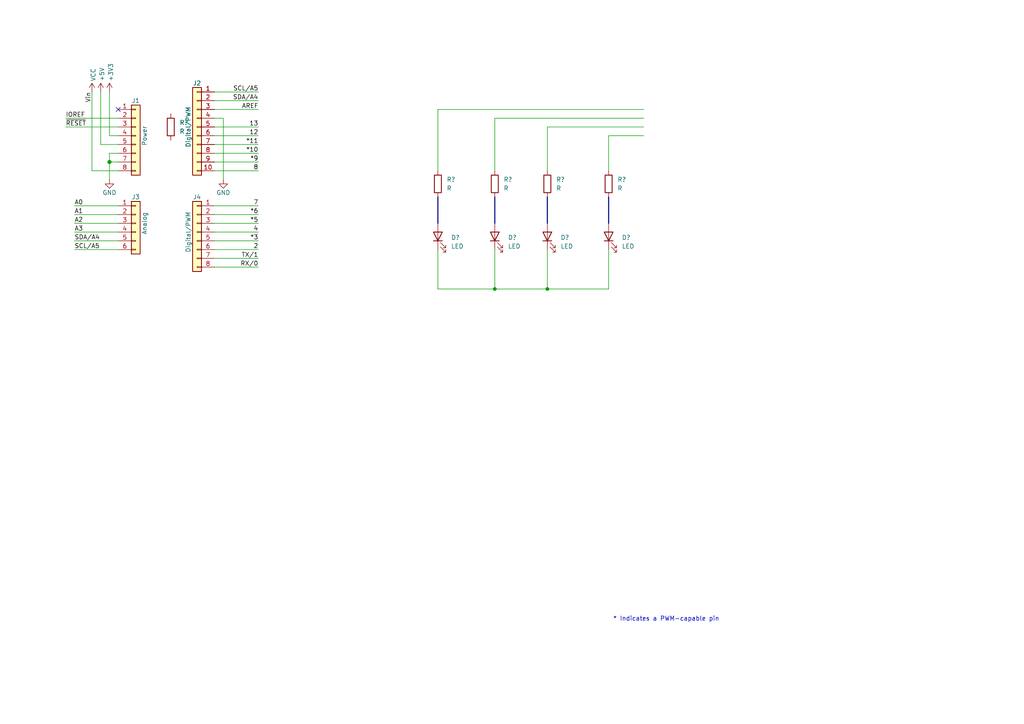
<source format=kicad_sch>
(kicad_sch (version 20211123) (generator eeschema)

  (uuid e63e39d7-6ac0-4ffd-8aa3-1841a4541b55)

  (paper "A4")

  (title_block
    (date "mar. 31 mars 2015")
  )

  (lib_symbols
    (symbol "Connector_Generic:Conn_01x06" (pin_names (offset 1.016) hide) (in_bom yes) (on_board yes)
      (property "Reference" "J" (id 0) (at 0 7.62 0)
        (effects (font (size 1.27 1.27)))
      )
      (property "Value" "Conn_01x06" (id 1) (at 0 -10.16 0)
        (effects (font (size 1.27 1.27)))
      )
      (property "Footprint" "" (id 2) (at 0 0 0)
        (effects (font (size 1.27 1.27)) hide)
      )
      (property "Datasheet" "~" (id 3) (at 0 0 0)
        (effects (font (size 1.27 1.27)) hide)
      )
      (property "ki_keywords" "connector" (id 4) (at 0 0 0)
        (effects (font (size 1.27 1.27)) hide)
      )
      (property "ki_description" "Generic connector, single row, 01x06, script generated (kicad-library-utils/schlib/autogen/connector/)" (id 5) (at 0 0 0)
        (effects (font (size 1.27 1.27)) hide)
      )
      (property "ki_fp_filters" "Connector*:*_1x??_*" (id 6) (at 0 0 0)
        (effects (font (size 1.27 1.27)) hide)
      )
      (symbol "Conn_01x06_1_1"
        (rectangle (start -1.27 -7.493) (end 0 -7.747)
          (stroke (width 0.1524) (type default) (color 0 0 0 0))
          (fill (type none))
        )
        (rectangle (start -1.27 -4.953) (end 0 -5.207)
          (stroke (width 0.1524) (type default) (color 0 0 0 0))
          (fill (type none))
        )
        (rectangle (start -1.27 -2.413) (end 0 -2.667)
          (stroke (width 0.1524) (type default) (color 0 0 0 0))
          (fill (type none))
        )
        (rectangle (start -1.27 0.127) (end 0 -0.127)
          (stroke (width 0.1524) (type default) (color 0 0 0 0))
          (fill (type none))
        )
        (rectangle (start -1.27 2.667) (end 0 2.413)
          (stroke (width 0.1524) (type default) (color 0 0 0 0))
          (fill (type none))
        )
        (rectangle (start -1.27 5.207) (end 0 4.953)
          (stroke (width 0.1524) (type default) (color 0 0 0 0))
          (fill (type none))
        )
        (rectangle (start -1.27 6.35) (end 1.27 -8.89)
          (stroke (width 0.254) (type default) (color 0 0 0 0))
          (fill (type background))
        )
        (pin passive line (at -5.08 5.08 0) (length 3.81)
          (name "Pin_1" (effects (font (size 1.27 1.27))))
          (number "1" (effects (font (size 1.27 1.27))))
        )
        (pin passive line (at -5.08 2.54 0) (length 3.81)
          (name "Pin_2" (effects (font (size 1.27 1.27))))
          (number "2" (effects (font (size 1.27 1.27))))
        )
        (pin passive line (at -5.08 0 0) (length 3.81)
          (name "Pin_3" (effects (font (size 1.27 1.27))))
          (number "3" (effects (font (size 1.27 1.27))))
        )
        (pin passive line (at -5.08 -2.54 0) (length 3.81)
          (name "Pin_4" (effects (font (size 1.27 1.27))))
          (number "4" (effects (font (size 1.27 1.27))))
        )
        (pin passive line (at -5.08 -5.08 0) (length 3.81)
          (name "Pin_5" (effects (font (size 1.27 1.27))))
          (number "5" (effects (font (size 1.27 1.27))))
        )
        (pin passive line (at -5.08 -7.62 0) (length 3.81)
          (name "Pin_6" (effects (font (size 1.27 1.27))))
          (number "6" (effects (font (size 1.27 1.27))))
        )
      )
    )
    (symbol "Connector_Generic:Conn_01x08" (pin_names (offset 1.016) hide) (in_bom yes) (on_board yes)
      (property "Reference" "J" (id 0) (at 0 10.16 0)
        (effects (font (size 1.27 1.27)))
      )
      (property "Value" "Conn_01x08" (id 1) (at 0 -12.7 0)
        (effects (font (size 1.27 1.27)))
      )
      (property "Footprint" "" (id 2) (at 0 0 0)
        (effects (font (size 1.27 1.27)) hide)
      )
      (property "Datasheet" "~" (id 3) (at 0 0 0)
        (effects (font (size 1.27 1.27)) hide)
      )
      (property "ki_keywords" "connector" (id 4) (at 0 0 0)
        (effects (font (size 1.27 1.27)) hide)
      )
      (property "ki_description" "Generic connector, single row, 01x08, script generated (kicad-library-utils/schlib/autogen/connector/)" (id 5) (at 0 0 0)
        (effects (font (size 1.27 1.27)) hide)
      )
      (property "ki_fp_filters" "Connector*:*_1x??_*" (id 6) (at 0 0 0)
        (effects (font (size 1.27 1.27)) hide)
      )
      (symbol "Conn_01x08_1_1"
        (rectangle (start -1.27 -10.033) (end 0 -10.287)
          (stroke (width 0.1524) (type default) (color 0 0 0 0))
          (fill (type none))
        )
        (rectangle (start -1.27 -7.493) (end 0 -7.747)
          (stroke (width 0.1524) (type default) (color 0 0 0 0))
          (fill (type none))
        )
        (rectangle (start -1.27 -4.953) (end 0 -5.207)
          (stroke (width 0.1524) (type default) (color 0 0 0 0))
          (fill (type none))
        )
        (rectangle (start -1.27 -2.413) (end 0 -2.667)
          (stroke (width 0.1524) (type default) (color 0 0 0 0))
          (fill (type none))
        )
        (rectangle (start -1.27 0.127) (end 0 -0.127)
          (stroke (width 0.1524) (type default) (color 0 0 0 0))
          (fill (type none))
        )
        (rectangle (start -1.27 2.667) (end 0 2.413)
          (stroke (width 0.1524) (type default) (color 0 0 0 0))
          (fill (type none))
        )
        (rectangle (start -1.27 5.207) (end 0 4.953)
          (stroke (width 0.1524) (type default) (color 0 0 0 0))
          (fill (type none))
        )
        (rectangle (start -1.27 7.747) (end 0 7.493)
          (stroke (width 0.1524) (type default) (color 0 0 0 0))
          (fill (type none))
        )
        (rectangle (start -1.27 8.89) (end 1.27 -11.43)
          (stroke (width 0.254) (type default) (color 0 0 0 0))
          (fill (type background))
        )
        (pin passive line (at -5.08 7.62 0) (length 3.81)
          (name "Pin_1" (effects (font (size 1.27 1.27))))
          (number "1" (effects (font (size 1.27 1.27))))
        )
        (pin passive line (at -5.08 5.08 0) (length 3.81)
          (name "Pin_2" (effects (font (size 1.27 1.27))))
          (number "2" (effects (font (size 1.27 1.27))))
        )
        (pin passive line (at -5.08 2.54 0) (length 3.81)
          (name "Pin_3" (effects (font (size 1.27 1.27))))
          (number "3" (effects (font (size 1.27 1.27))))
        )
        (pin passive line (at -5.08 0 0) (length 3.81)
          (name "Pin_4" (effects (font (size 1.27 1.27))))
          (number "4" (effects (font (size 1.27 1.27))))
        )
        (pin passive line (at -5.08 -2.54 0) (length 3.81)
          (name "Pin_5" (effects (font (size 1.27 1.27))))
          (number "5" (effects (font (size 1.27 1.27))))
        )
        (pin passive line (at -5.08 -5.08 0) (length 3.81)
          (name "Pin_6" (effects (font (size 1.27 1.27))))
          (number "6" (effects (font (size 1.27 1.27))))
        )
        (pin passive line (at -5.08 -7.62 0) (length 3.81)
          (name "Pin_7" (effects (font (size 1.27 1.27))))
          (number "7" (effects (font (size 1.27 1.27))))
        )
        (pin passive line (at -5.08 -10.16 0) (length 3.81)
          (name "Pin_8" (effects (font (size 1.27 1.27))))
          (number "8" (effects (font (size 1.27 1.27))))
        )
      )
    )
    (symbol "Connector_Generic:Conn_01x10" (pin_names (offset 1.016) hide) (in_bom yes) (on_board yes)
      (property "Reference" "J" (id 0) (at 0 12.7 0)
        (effects (font (size 1.27 1.27)))
      )
      (property "Value" "Conn_01x10" (id 1) (at 0 -15.24 0)
        (effects (font (size 1.27 1.27)))
      )
      (property "Footprint" "" (id 2) (at 0 0 0)
        (effects (font (size 1.27 1.27)) hide)
      )
      (property "Datasheet" "~" (id 3) (at 0 0 0)
        (effects (font (size 1.27 1.27)) hide)
      )
      (property "ki_keywords" "connector" (id 4) (at 0 0 0)
        (effects (font (size 1.27 1.27)) hide)
      )
      (property "ki_description" "Generic connector, single row, 01x10, script generated (kicad-library-utils/schlib/autogen/connector/)" (id 5) (at 0 0 0)
        (effects (font (size 1.27 1.27)) hide)
      )
      (property "ki_fp_filters" "Connector*:*_1x??_*" (id 6) (at 0 0 0)
        (effects (font (size 1.27 1.27)) hide)
      )
      (symbol "Conn_01x10_1_1"
        (rectangle (start -1.27 -12.573) (end 0 -12.827)
          (stroke (width 0.1524) (type default) (color 0 0 0 0))
          (fill (type none))
        )
        (rectangle (start -1.27 -10.033) (end 0 -10.287)
          (stroke (width 0.1524) (type default) (color 0 0 0 0))
          (fill (type none))
        )
        (rectangle (start -1.27 -7.493) (end 0 -7.747)
          (stroke (width 0.1524) (type default) (color 0 0 0 0))
          (fill (type none))
        )
        (rectangle (start -1.27 -4.953) (end 0 -5.207)
          (stroke (width 0.1524) (type default) (color 0 0 0 0))
          (fill (type none))
        )
        (rectangle (start -1.27 -2.413) (end 0 -2.667)
          (stroke (width 0.1524) (type default) (color 0 0 0 0))
          (fill (type none))
        )
        (rectangle (start -1.27 0.127) (end 0 -0.127)
          (stroke (width 0.1524) (type default) (color 0 0 0 0))
          (fill (type none))
        )
        (rectangle (start -1.27 2.667) (end 0 2.413)
          (stroke (width 0.1524) (type default) (color 0 0 0 0))
          (fill (type none))
        )
        (rectangle (start -1.27 5.207) (end 0 4.953)
          (stroke (width 0.1524) (type default) (color 0 0 0 0))
          (fill (type none))
        )
        (rectangle (start -1.27 7.747) (end 0 7.493)
          (stroke (width 0.1524) (type default) (color 0 0 0 0))
          (fill (type none))
        )
        (rectangle (start -1.27 10.287) (end 0 10.033)
          (stroke (width 0.1524) (type default) (color 0 0 0 0))
          (fill (type none))
        )
        (rectangle (start -1.27 11.43) (end 1.27 -13.97)
          (stroke (width 0.254) (type default) (color 0 0 0 0))
          (fill (type background))
        )
        (pin passive line (at -5.08 10.16 0) (length 3.81)
          (name "Pin_1" (effects (font (size 1.27 1.27))))
          (number "1" (effects (font (size 1.27 1.27))))
        )
        (pin passive line (at -5.08 -12.7 0) (length 3.81)
          (name "Pin_10" (effects (font (size 1.27 1.27))))
          (number "10" (effects (font (size 1.27 1.27))))
        )
        (pin passive line (at -5.08 7.62 0) (length 3.81)
          (name "Pin_2" (effects (font (size 1.27 1.27))))
          (number "2" (effects (font (size 1.27 1.27))))
        )
        (pin passive line (at -5.08 5.08 0) (length 3.81)
          (name "Pin_3" (effects (font (size 1.27 1.27))))
          (number "3" (effects (font (size 1.27 1.27))))
        )
        (pin passive line (at -5.08 2.54 0) (length 3.81)
          (name "Pin_4" (effects (font (size 1.27 1.27))))
          (number "4" (effects (font (size 1.27 1.27))))
        )
        (pin passive line (at -5.08 0 0) (length 3.81)
          (name "Pin_5" (effects (font (size 1.27 1.27))))
          (number "5" (effects (font (size 1.27 1.27))))
        )
        (pin passive line (at -5.08 -2.54 0) (length 3.81)
          (name "Pin_6" (effects (font (size 1.27 1.27))))
          (number "6" (effects (font (size 1.27 1.27))))
        )
        (pin passive line (at -5.08 -5.08 0) (length 3.81)
          (name "Pin_7" (effects (font (size 1.27 1.27))))
          (number "7" (effects (font (size 1.27 1.27))))
        )
        (pin passive line (at -5.08 -7.62 0) (length 3.81)
          (name "Pin_8" (effects (font (size 1.27 1.27))))
          (number "8" (effects (font (size 1.27 1.27))))
        )
        (pin passive line (at -5.08 -10.16 0) (length 3.81)
          (name "Pin_9" (effects (font (size 1.27 1.27))))
          (number "9" (effects (font (size 1.27 1.27))))
        )
      )
    )
    (symbol "Device:LED" (pin_numbers hide) (pin_names (offset 1.016) hide) (in_bom yes) (on_board yes)
      (property "Reference" "D" (id 0) (at 0 2.54 0)
        (effects (font (size 1.27 1.27)))
      )
      (property "Value" "LED" (id 1) (at 0 -2.54 0)
        (effects (font (size 1.27 1.27)))
      )
      (property "Footprint" "" (id 2) (at 0 0 0)
        (effects (font (size 1.27 1.27)) hide)
      )
      (property "Datasheet" "~" (id 3) (at 0 0 0)
        (effects (font (size 1.27 1.27)) hide)
      )
      (property "ki_keywords" "LED diode" (id 4) (at 0 0 0)
        (effects (font (size 1.27 1.27)) hide)
      )
      (property "ki_description" "Light emitting diode" (id 5) (at 0 0 0)
        (effects (font (size 1.27 1.27)) hide)
      )
      (property "ki_fp_filters" "LED* LED_SMD:* LED_THT:*" (id 6) (at 0 0 0)
        (effects (font (size 1.27 1.27)) hide)
      )
      (symbol "LED_0_1"
        (polyline
          (pts
            (xy -1.27 -1.27)
            (xy -1.27 1.27)
          )
          (stroke (width 0.254) (type default) (color 0 0 0 0))
          (fill (type none))
        )
        (polyline
          (pts
            (xy -1.27 0)
            (xy 1.27 0)
          )
          (stroke (width 0) (type default) (color 0 0 0 0))
          (fill (type none))
        )
        (polyline
          (pts
            (xy 1.27 -1.27)
            (xy 1.27 1.27)
            (xy -1.27 0)
            (xy 1.27 -1.27)
          )
          (stroke (width 0.254) (type default) (color 0 0 0 0))
          (fill (type none))
        )
        (polyline
          (pts
            (xy -3.048 -0.762)
            (xy -4.572 -2.286)
            (xy -3.81 -2.286)
            (xy -4.572 -2.286)
            (xy -4.572 -1.524)
          )
          (stroke (width 0) (type default) (color 0 0 0 0))
          (fill (type none))
        )
        (polyline
          (pts
            (xy -1.778 -0.762)
            (xy -3.302 -2.286)
            (xy -2.54 -2.286)
            (xy -3.302 -2.286)
            (xy -3.302 -1.524)
          )
          (stroke (width 0) (type default) (color 0 0 0 0))
          (fill (type none))
        )
      )
      (symbol "LED_1_1"
        (pin passive line (at -3.81 0 0) (length 2.54)
          (name "K" (effects (font (size 1.27 1.27))))
          (number "1" (effects (font (size 1.27 1.27))))
        )
        (pin passive line (at 3.81 0 180) (length 2.54)
          (name "A" (effects (font (size 1.27 1.27))))
          (number "2" (effects (font (size 1.27 1.27))))
        )
      )
    )
    (symbol "Device:R" (pin_numbers hide) (pin_names (offset 0)) (in_bom yes) (on_board yes)
      (property "Reference" "R" (id 0) (at 2.032 0 90)
        (effects (font (size 1.27 1.27)))
      )
      (property "Value" "R" (id 1) (at 0 0 90)
        (effects (font (size 1.27 1.27)))
      )
      (property "Footprint" "" (id 2) (at -1.778 0 90)
        (effects (font (size 1.27 1.27)) hide)
      )
      (property "Datasheet" "~" (id 3) (at 0 0 0)
        (effects (font (size 1.27 1.27)) hide)
      )
      (property "ki_keywords" "R res resistor" (id 4) (at 0 0 0)
        (effects (font (size 1.27 1.27)) hide)
      )
      (property "ki_description" "Resistor" (id 5) (at 0 0 0)
        (effects (font (size 1.27 1.27)) hide)
      )
      (property "ki_fp_filters" "R_*" (id 6) (at 0 0 0)
        (effects (font (size 1.27 1.27)) hide)
      )
      (symbol "R_0_1"
        (rectangle (start -1.016 -2.54) (end 1.016 2.54)
          (stroke (width 0.254) (type default) (color 0 0 0 0))
          (fill (type none))
        )
      )
      (symbol "R_1_1"
        (pin passive line (at 0 3.81 270) (length 1.27)
          (name "~" (effects (font (size 1.27 1.27))))
          (number "1" (effects (font (size 1.27 1.27))))
        )
        (pin passive line (at 0 -3.81 90) (length 1.27)
          (name "~" (effects (font (size 1.27 1.27))))
          (number "2" (effects (font (size 1.27 1.27))))
        )
      )
    )
    (symbol "power:+3V3" (power) (pin_names (offset 0)) (in_bom yes) (on_board yes)
      (property "Reference" "#PWR" (id 0) (at 0 -3.81 0)
        (effects (font (size 1.27 1.27)) hide)
      )
      (property "Value" "+3V3" (id 1) (at 0 3.556 0)
        (effects (font (size 1.27 1.27)))
      )
      (property "Footprint" "" (id 2) (at 0 0 0)
        (effects (font (size 1.27 1.27)) hide)
      )
      (property "Datasheet" "" (id 3) (at 0 0 0)
        (effects (font (size 1.27 1.27)) hide)
      )
      (property "ki_keywords" "power-flag" (id 4) (at 0 0 0)
        (effects (font (size 1.27 1.27)) hide)
      )
      (property "ki_description" "Power symbol creates a global label with name \"+3V3\"" (id 5) (at 0 0 0)
        (effects (font (size 1.27 1.27)) hide)
      )
      (symbol "+3V3_0_1"
        (polyline
          (pts
            (xy -0.762 1.27)
            (xy 0 2.54)
          )
          (stroke (width 0) (type default) (color 0 0 0 0))
          (fill (type none))
        )
        (polyline
          (pts
            (xy 0 0)
            (xy 0 2.54)
          )
          (stroke (width 0) (type default) (color 0 0 0 0))
          (fill (type none))
        )
        (polyline
          (pts
            (xy 0 2.54)
            (xy 0.762 1.27)
          )
          (stroke (width 0) (type default) (color 0 0 0 0))
          (fill (type none))
        )
      )
      (symbol "+3V3_1_1"
        (pin power_in line (at 0 0 90) (length 0) hide
          (name "+3V3" (effects (font (size 1.27 1.27))))
          (number "1" (effects (font (size 1.27 1.27))))
        )
      )
    )
    (symbol "power:+5V" (power) (pin_names (offset 0)) (in_bom yes) (on_board yes)
      (property "Reference" "#PWR" (id 0) (at 0 -3.81 0)
        (effects (font (size 1.27 1.27)) hide)
      )
      (property "Value" "+5V" (id 1) (at 0 3.556 0)
        (effects (font (size 1.27 1.27)))
      )
      (property "Footprint" "" (id 2) (at 0 0 0)
        (effects (font (size 1.27 1.27)) hide)
      )
      (property "Datasheet" "" (id 3) (at 0 0 0)
        (effects (font (size 1.27 1.27)) hide)
      )
      (property "ki_keywords" "power-flag" (id 4) (at 0 0 0)
        (effects (font (size 1.27 1.27)) hide)
      )
      (property "ki_description" "Power symbol creates a global label with name \"+5V\"" (id 5) (at 0 0 0)
        (effects (font (size 1.27 1.27)) hide)
      )
      (symbol "+5V_0_1"
        (polyline
          (pts
            (xy -0.762 1.27)
            (xy 0 2.54)
          )
          (stroke (width 0) (type default) (color 0 0 0 0))
          (fill (type none))
        )
        (polyline
          (pts
            (xy 0 0)
            (xy 0 2.54)
          )
          (stroke (width 0) (type default) (color 0 0 0 0))
          (fill (type none))
        )
        (polyline
          (pts
            (xy 0 2.54)
            (xy 0.762 1.27)
          )
          (stroke (width 0) (type default) (color 0 0 0 0))
          (fill (type none))
        )
      )
      (symbol "+5V_1_1"
        (pin power_in line (at 0 0 90) (length 0) hide
          (name "+5V" (effects (font (size 1.27 1.27))))
          (number "1" (effects (font (size 1.27 1.27))))
        )
      )
    )
    (symbol "power:GND" (power) (pin_names (offset 0)) (in_bom yes) (on_board yes)
      (property "Reference" "#PWR" (id 0) (at 0 -6.35 0)
        (effects (font (size 1.27 1.27)) hide)
      )
      (property "Value" "GND" (id 1) (at 0 -3.81 0)
        (effects (font (size 1.27 1.27)))
      )
      (property "Footprint" "" (id 2) (at 0 0 0)
        (effects (font (size 1.27 1.27)) hide)
      )
      (property "Datasheet" "" (id 3) (at 0 0 0)
        (effects (font (size 1.27 1.27)) hide)
      )
      (property "ki_keywords" "power-flag" (id 4) (at 0 0 0)
        (effects (font (size 1.27 1.27)) hide)
      )
      (property "ki_description" "Power symbol creates a global label with name \"GND\" , ground" (id 5) (at 0 0 0)
        (effects (font (size 1.27 1.27)) hide)
      )
      (symbol "GND_0_1"
        (polyline
          (pts
            (xy 0 0)
            (xy 0 -1.27)
            (xy 1.27 -1.27)
            (xy 0 -2.54)
            (xy -1.27 -1.27)
            (xy 0 -1.27)
          )
          (stroke (width 0) (type default) (color 0 0 0 0))
          (fill (type none))
        )
      )
      (symbol "GND_1_1"
        (pin power_in line (at 0 0 270) (length 0) hide
          (name "GND" (effects (font (size 1.27 1.27))))
          (number "1" (effects (font (size 1.27 1.27))))
        )
      )
    )
    (symbol "power:VCC" (power) (pin_names (offset 0)) (in_bom yes) (on_board yes)
      (property "Reference" "#PWR" (id 0) (at 0 -3.81 0)
        (effects (font (size 1.27 1.27)) hide)
      )
      (property "Value" "VCC" (id 1) (at 0 3.81 0)
        (effects (font (size 1.27 1.27)))
      )
      (property "Footprint" "" (id 2) (at 0 0 0)
        (effects (font (size 1.27 1.27)) hide)
      )
      (property "Datasheet" "" (id 3) (at 0 0 0)
        (effects (font (size 1.27 1.27)) hide)
      )
      (property "ki_keywords" "power-flag" (id 4) (at 0 0 0)
        (effects (font (size 1.27 1.27)) hide)
      )
      (property "ki_description" "Power symbol creates a global label with name \"VCC\"" (id 5) (at 0 0 0)
        (effects (font (size 1.27 1.27)) hide)
      )
      (symbol "VCC_0_1"
        (polyline
          (pts
            (xy -0.762 1.27)
            (xy 0 2.54)
          )
          (stroke (width 0) (type default) (color 0 0 0 0))
          (fill (type none))
        )
        (polyline
          (pts
            (xy 0 0)
            (xy 0 2.54)
          )
          (stroke (width 0) (type default) (color 0 0 0 0))
          (fill (type none))
        )
        (polyline
          (pts
            (xy 0 2.54)
            (xy 0.762 1.27)
          )
          (stroke (width 0) (type default) (color 0 0 0 0))
          (fill (type none))
        )
      )
      (symbol "VCC_1_1"
        (pin power_in line (at 0 0 90) (length 0) hide
          (name "VCC" (effects (font (size 1.27 1.27))))
          (number "1" (effects (font (size 1.27 1.27))))
        )
      )
    )
  )

  (junction (at 143.51 83.82) (diameter 0) (color 0 0 0 0)
    (uuid 0f20ac66-10c8-4ec1-a2b0-f4f7d7e2c03e)
  )
  (junction (at 31.75 46.99) (diameter 1.016) (color 0 0 0 0)
    (uuid 3dcc657b-55a1-48e0-9667-e01e7b6b08b5)
  )
  (junction (at 158.75 83.82) (diameter 0) (color 0 0 0 0)
    (uuid aa484a8f-d524-4db0-b724-20ec1470f539)
  )

  (no_connect (at 34.29 31.75) (uuid d181157c-7812-47e5-a0cf-9580c905fc86))

  (wire (pts (xy 62.23 77.47) (xy 74.93 77.47))
    (stroke (width 0) (type solid) (color 0 0 0 0))
    (uuid 010ba307-2067-49d3-b0fa-6414143f3fc2)
  )
  (wire (pts (xy 62.23 44.45) (xy 74.93 44.45))
    (stroke (width 0) (type solid) (color 0 0 0 0))
    (uuid 09480ba4-37da-45e3-b9fe-6beebf876349)
  )
  (wire (pts (xy 62.23 26.67) (xy 74.93 26.67))
    (stroke (width 0) (type solid) (color 0 0 0 0))
    (uuid 0f5d2189-4ead-42fa-8f7a-cfa3af4de132)
  )
  (wire (pts (xy 127 31.75) (xy 186.69 31.75))
    (stroke (width 0) (type default) (color 0 0 0 0))
    (uuid 0fb4d88a-6478-4fab-a79c-e5069b2a8240)
  )
  (wire (pts (xy 158.75 36.83) (xy 186.69 36.83))
    (stroke (width 0) (type default) (color 0 0 0 0))
    (uuid 1becbce8-444c-415e-ace3-2d8820f015c9)
  )
  (wire (pts (xy 31.75 44.45) (xy 31.75 46.99))
    (stroke (width 0) (type solid) (color 0 0 0 0))
    (uuid 1c31b835-925f-4a5c-92df-8f2558bb711b)
  )
  (bus (pts (xy 176.53 57.15) (xy 176.53 64.77))
    (stroke (width 0) (type default) (color 0 0 0 0))
    (uuid 1cfc1a4f-d12c-44d3-b376-2b7abb87adb9)
  )

  (wire (pts (xy 21.59 72.39) (xy 34.29 72.39))
    (stroke (width 0) (type solid) (color 0 0 0 0))
    (uuid 20854542-d0b0-4be7-af02-0e5fceb34e01)
  )
  (wire (pts (xy 31.75 46.99) (xy 31.75 52.07))
    (stroke (width 0) (type solid) (color 0 0 0 0))
    (uuid 2df788b2-ce68-49bc-a497-4b6570a17f30)
  )
  (wire (pts (xy 31.75 39.37) (xy 34.29 39.37))
    (stroke (width 0) (type solid) (color 0 0 0 0))
    (uuid 3334b11d-5a13-40b4-a117-d693c543e4ab)
  )
  (wire (pts (xy 29.21 41.91) (xy 34.29 41.91))
    (stroke (width 0) (type solid) (color 0 0 0 0))
    (uuid 3661f80c-fef8-4441-83be-df8930b3b45e)
  )
  (wire (pts (xy 29.21 26.67) (xy 29.21 41.91))
    (stroke (width 0) (type solid) (color 0 0 0 0))
    (uuid 392bf1f6-bf67-427d-8d4c-0a87cb757556)
  )
  (bus (pts (xy 143.51 57.15) (xy 143.51 64.77))
    (stroke (width 0) (type default) (color 0 0 0 0))
    (uuid 3a9dd16a-de1f-4623-aca3-8d5edea30487)
  )

  (wire (pts (xy 62.23 36.83) (xy 74.93 36.83))
    (stroke (width 0) (type solid) (color 0 0 0 0))
    (uuid 4227fa6f-c399-4f14-8228-23e39d2b7e7d)
  )
  (wire (pts (xy 31.75 26.67) (xy 31.75 39.37))
    (stroke (width 0) (type solid) (color 0 0 0 0))
    (uuid 442fb4de-4d55-45de-bc27-3e6222ceb890)
  )
  (wire (pts (xy 62.23 59.69) (xy 74.93 59.69))
    (stroke (width 0) (type solid) (color 0 0 0 0))
    (uuid 4455ee2e-5642-42c1-a83b-f7e65fa0c2f1)
  )
  (wire (pts (xy 34.29 59.69) (xy 21.59 59.69))
    (stroke (width 0) (type solid) (color 0 0 0 0))
    (uuid 486ca832-85f4-4989-b0f4-569faf9be534)
  )
  (wire (pts (xy 62.23 39.37) (xy 74.93 39.37))
    (stroke (width 0) (type solid) (color 0 0 0 0))
    (uuid 4a910b57-a5cd-4105-ab4f-bde2a80d4f00)
  )
  (wire (pts (xy 62.23 62.23) (xy 74.93 62.23))
    (stroke (width 0) (type solid) (color 0 0 0 0))
    (uuid 4e60e1af-19bd-45a0-b418-b7030b594dde)
  )
  (wire (pts (xy 176.53 72.39) (xy 176.53 83.82))
    (stroke (width 0) (type default) (color 0 0 0 0))
    (uuid 51b77675-4758-48ae-863d-ed46c8bd8a8d)
  )
  (wire (pts (xy 158.75 83.82) (xy 143.51 83.82))
    (stroke (width 0) (type default) (color 0 0 0 0))
    (uuid 54b1b9d2-1bd5-441a-bb4e-3606304901c1)
  )
  (bus (pts (xy 158.75 57.15) (xy 158.75 64.77))
    (stroke (width 0) (type default) (color 0 0 0 0))
    (uuid 5851c6b6-2f50-442e-8803-93a1b64a1988)
  )

  (wire (pts (xy 127 72.39) (xy 127 83.82))
    (stroke (width 0) (type default) (color 0 0 0 0))
    (uuid 6329550b-3adf-40ff-9294-70f3ac3da34a)
  )
  (wire (pts (xy 62.23 46.99) (xy 74.93 46.99))
    (stroke (width 0) (type solid) (color 0 0 0 0))
    (uuid 63f2b71b-521b-4210-bf06-ed65e330fccc)
  )
  (wire (pts (xy 62.23 67.31) (xy 74.93 67.31))
    (stroke (width 0) (type solid) (color 0 0 0 0))
    (uuid 6bb3ea5f-9e60-4add-9d97-244be2cf61d2)
  )
  (wire (pts (xy 176.53 83.82) (xy 158.75 83.82))
    (stroke (width 0) (type default) (color 0 0 0 0))
    (uuid 6c0bc537-7210-4175-a24c-6d022c0d86b1)
  )
  (wire (pts (xy 19.05 34.29) (xy 34.29 34.29))
    (stroke (width 0) (type solid) (color 0 0 0 0))
    (uuid 73d4774c-1387-4550-b580-a1cc0ac89b89)
  )
  (wire (pts (xy 176.53 49.53) (xy 176.53 39.37))
    (stroke (width 0) (type default) (color 0 0 0 0))
    (uuid 759e460c-499a-4daf-8f2a-2f29efa88dbf)
  )
  (bus (pts (xy 127 57.15) (xy 127 64.77))
    (stroke (width 0) (type default) (color 0 0 0 0))
    (uuid 79d1d1eb-b437-4328-a1e8-4cd3540350e0)
  )

  (wire (pts (xy 64.77 34.29) (xy 64.77 52.07))
    (stroke (width 0) (type solid) (color 0 0 0 0))
    (uuid 84ce350c-b0c1-4e69-9ab2-f7ec7b8bb312)
  )
  (wire (pts (xy 62.23 31.75) (xy 74.93 31.75))
    (stroke (width 0) (type solid) (color 0 0 0 0))
    (uuid 8a3d35a2-f0f6-4dec-a606-7c8e288ca828)
  )
  (wire (pts (xy 176.53 39.37) (xy 186.69 39.37))
    (stroke (width 0) (type default) (color 0 0 0 0))
    (uuid 8e9ca986-bf75-474f-8a73-5687f46b3db5)
  )
  (wire (pts (xy 34.29 64.77) (xy 21.59 64.77))
    (stroke (width 0) (type solid) (color 0 0 0 0))
    (uuid 9377eb1a-3b12-438c-8ebd-f86ace1e8d25)
  )
  (wire (pts (xy 19.05 36.83) (xy 34.29 36.83))
    (stroke (width 0) (type solid) (color 0 0 0 0))
    (uuid 93e52853-9d1e-4afe-aee8-b825ab9f5d09)
  )
  (wire (pts (xy 34.29 46.99) (xy 31.75 46.99))
    (stroke (width 0) (type solid) (color 0 0 0 0))
    (uuid 97df9ac9-dbb8-472e-b84f-3684d0eb5efc)
  )
  (wire (pts (xy 34.29 49.53) (xy 26.67 49.53))
    (stroke (width 0) (type solid) (color 0 0 0 0))
    (uuid a7518f9d-05df-4211-ba17-5d615f04ec46)
  )
  (wire (pts (xy 21.59 62.23) (xy 34.29 62.23))
    (stroke (width 0) (type solid) (color 0 0 0 0))
    (uuid aab97e46-23d6-4cbf-8684-537b94306d68)
  )
  (wire (pts (xy 62.23 34.29) (xy 64.77 34.29))
    (stroke (width 0) (type solid) (color 0 0 0 0))
    (uuid bcbc7302-8a54-4b9b-98b9-f277f1b20941)
  )
  (wire (pts (xy 158.75 72.39) (xy 158.75 83.82))
    (stroke (width 0) (type default) (color 0 0 0 0))
    (uuid bcef421c-95aa-4462-af6c-742def341caf)
  )
  (wire (pts (xy 34.29 44.45) (xy 31.75 44.45))
    (stroke (width 0) (type solid) (color 0 0 0 0))
    (uuid c12796ad-cf20-466f-9ab3-9cf441392c32)
  )
  (wire (pts (xy 127 49.53) (xy 127 31.75))
    (stroke (width 0) (type default) (color 0 0 0 0))
    (uuid c6dc478e-4c17-4535-b440-adc67a2f39f4)
  )
  (wire (pts (xy 62.23 41.91) (xy 74.93 41.91))
    (stroke (width 0) (type solid) (color 0 0 0 0))
    (uuid c722a1ff-12f1-49e5-88a4-44ffeb509ca2)
  )
  (wire (pts (xy 62.23 64.77) (xy 74.93 64.77))
    (stroke (width 0) (type solid) (color 0 0 0 0))
    (uuid cfe99980-2d98-4372-b495-04c53027340b)
  )
  (wire (pts (xy 21.59 67.31) (xy 34.29 67.31))
    (stroke (width 0) (type solid) (color 0 0 0 0))
    (uuid d3042136-2605-44b2-aebb-5484a9c90933)
  )
  (wire (pts (xy 143.51 34.29) (xy 186.69 34.29))
    (stroke (width 0) (type default) (color 0 0 0 0))
    (uuid ddcb43f3-5508-4002-8971-0845356809c9)
  )
  (wire (pts (xy 143.51 49.53) (xy 143.51 34.29))
    (stroke (width 0) (type default) (color 0 0 0 0))
    (uuid dfd3fc93-aa68-4b26-a478-08a7e935ed33)
  )
  (wire (pts (xy 143.51 72.39) (xy 143.51 83.82))
    (stroke (width 0) (type default) (color 0 0 0 0))
    (uuid e0c669cb-5057-4c29-99ec-5c2ed0acd173)
  )
  (wire (pts (xy 62.23 29.21) (xy 74.93 29.21))
    (stroke (width 0) (type solid) (color 0 0 0 0))
    (uuid e7278977-132b-4777-9eb4-7d93363a4379)
  )
  (wire (pts (xy 62.23 72.39) (xy 74.93 72.39))
    (stroke (width 0) (type solid) (color 0 0 0 0))
    (uuid e9bdd59b-3252-4c44-a357-6fa1af0c210c)
  )
  (wire (pts (xy 158.75 49.53) (xy 158.75 36.83))
    (stroke (width 0) (type default) (color 0 0 0 0))
    (uuid ebef3405-be80-4ee5-be82-81f937756ea7)
  )
  (wire (pts (xy 62.23 69.85) (xy 74.93 69.85))
    (stroke (width 0) (type solid) (color 0 0 0 0))
    (uuid ec76dcc9-9949-4dda-bd76-046204829cb4)
  )
  (wire (pts (xy 127 83.82) (xy 143.51 83.82))
    (stroke (width 0) (type default) (color 0 0 0 0))
    (uuid ed7fd071-dff6-4f1a-a881-e3679d930ee3)
  )
  (wire (pts (xy 62.23 74.93) (xy 74.93 74.93))
    (stroke (width 0) (type solid) (color 0 0 0 0))
    (uuid f853d1d4-c722-44df-98bf-4a6114204628)
  )
  (wire (pts (xy 26.67 49.53) (xy 26.67 26.67))
    (stroke (width 0) (type solid) (color 0 0 0 0))
    (uuid f8de70cd-e47d-4e80-8f3a-077e9df93aa8)
  )
  (wire (pts (xy 34.29 69.85) (xy 21.59 69.85))
    (stroke (width 0) (type solid) (color 0 0 0 0))
    (uuid fc39c32d-65b8-4d16-9db5-de89c54a1206)
  )
  (wire (pts (xy 62.23 49.53) (xy 74.93 49.53))
    (stroke (width 0) (type solid) (color 0 0 0 0))
    (uuid fe837306-92d0-4847-ad21-76c47ae932d1)
  )

  (text "* Indicates a PWM-capable pin" (at 177.8 180.34 0)
    (effects (font (size 1.27 1.27)) (justify left bottom))
    (uuid c364973a-9a67-4667-8185-a3a5c6c6cbdf)
  )

  (label "RX{slash}0" (at 74.93 77.47 180)
    (effects (font (size 1.27 1.27)) (justify right bottom))
    (uuid 01ea9310-cf66-436b-9b89-1a2f4237b59e)
  )
  (label "A2" (at 21.59 64.77 0)
    (effects (font (size 1.27 1.27)) (justify left bottom))
    (uuid 09251fd4-af37-4d86-8951-1faaac710ffa)
  )
  (label "4" (at 74.93 67.31 180)
    (effects (font (size 1.27 1.27)) (justify right bottom))
    (uuid 0d8cfe6d-11bf-42b9-9752-f9a5a76bce7e)
  )
  (label "2" (at 74.93 72.39 180)
    (effects (font (size 1.27 1.27)) (justify right bottom))
    (uuid 23f0c933-49f0-4410-a8db-8b017f48dadc)
  )
  (label "A3" (at 21.59 67.31 0)
    (effects (font (size 1.27 1.27)) (justify left bottom))
    (uuid 2c60ab74-0590-423b-8921-6f3212a358d2)
  )
  (label "13" (at 74.93 36.83 180)
    (effects (font (size 1.27 1.27)) (justify right bottom))
    (uuid 35bc5b35-b7b2-44d5-bbed-557f428649b2)
  )
  (label "12" (at 74.93 39.37 180)
    (effects (font (size 1.27 1.27)) (justify right bottom))
    (uuid 3ffaa3b1-1d78-4c7b-bdf9-f1a8019c92fd)
  )
  (label "~{RESET}" (at 19.05 36.83 0)
    (effects (font (size 1.27 1.27)) (justify left bottom))
    (uuid 49585dba-cfa7-4813-841e-9d900d43ecf4)
  )
  (label "*10" (at 74.93 44.45 180)
    (effects (font (size 1.27 1.27)) (justify right bottom))
    (uuid 54be04e4-fffa-4f7f-8a5f-d0de81314e8f)
  )
  (label "7" (at 74.93 59.69 180)
    (effects (font (size 1.27 1.27)) (justify right bottom))
    (uuid 873d2c88-519e-482f-a3ed-2484e5f9417e)
  )
  (label "SDA{slash}A4" (at 74.93 29.21 180)
    (effects (font (size 1.27 1.27)) (justify right bottom))
    (uuid 8885a9dc-224d-44c5-8601-05c1d9983e09)
  )
  (label "8" (at 74.93 49.53 180)
    (effects (font (size 1.27 1.27)) (justify right bottom))
    (uuid 89b0e564-e7aa-4224-80c9-3f0614fede8f)
  )
  (label "*11" (at 74.93 41.91 180)
    (effects (font (size 1.27 1.27)) (justify right bottom))
    (uuid 9ad5a781-2469-4c8f-8abf-a1c3586f7cb7)
  )
  (label "*3" (at 74.93 69.85 180)
    (effects (font (size 1.27 1.27)) (justify right bottom))
    (uuid 9cccf5f9-68a4-4e61-b418-6185dd6a5f9a)
  )
  (label "A1" (at 21.59 62.23 0)
    (effects (font (size 1.27 1.27)) (justify left bottom))
    (uuid acc9991b-1bdd-4544-9a08-4037937485cb)
  )
  (label "TX{slash}1" (at 74.93 74.93 180)
    (effects (font (size 1.27 1.27)) (justify right bottom))
    (uuid ae2c9582-b445-44bd-b371-7fc74f6cf852)
  )
  (label "A0" (at 21.59 59.69 0)
    (effects (font (size 1.27 1.27)) (justify left bottom))
    (uuid ba02dc27-26a3-4648-b0aa-06b6dcaf001f)
  )
  (label "AREF" (at 74.93 31.75 180)
    (effects (font (size 1.27 1.27)) (justify right bottom))
    (uuid bbf52cf8-6d97-4499-a9ee-3657cebcdabf)
  )
  (label "Vin" (at 26.67 26.67 270)
    (effects (font (size 1.27 1.27)) (justify right bottom))
    (uuid c348793d-eec0-4f33-9b91-2cae8b4224a4)
  )
  (label "*6" (at 74.93 62.23 180)
    (effects (font (size 1.27 1.27)) (justify right bottom))
    (uuid c775d4e8-c37b-4e73-90c1-1c8d36333aac)
  )
  (label "SCL{slash}A5" (at 74.93 26.67 180)
    (effects (font (size 1.27 1.27)) (justify right bottom))
    (uuid cba886fc-172a-42fe-8e4c-daace6eaef8e)
  )
  (label "*9" (at 74.93 46.99 180)
    (effects (font (size 1.27 1.27)) (justify right bottom))
    (uuid ccb58899-a82d-403c-b30b-ee351d622e9c)
  )
  (label "*5" (at 74.93 64.77 180)
    (effects (font (size 1.27 1.27)) (justify right bottom))
    (uuid d9a65242-9c26-45cd-9a55-3e69f0d77784)
  )
  (label "IOREF" (at 19.05 34.29 0)
    (effects (font (size 1.27 1.27)) (justify left bottom))
    (uuid de819ae4-b245-474b-a426-865ba877b8a2)
  )
  (label "SDA{slash}A4" (at 21.59 69.85 0)
    (effects (font (size 1.27 1.27)) (justify left bottom))
    (uuid e7ce99b8-ca22-4c56-9e55-39d32c709f3c)
  )
  (label "SCL{slash}A5" (at 21.59 72.39 0)
    (effects (font (size 1.27 1.27)) (justify left bottom))
    (uuid ea5aa60b-a25e-41a1-9e06-c7b6f957567f)
  )

  (symbol (lib_id "Connector_Generic:Conn_01x08") (at 39.37 39.37 0) (unit 1)
    (in_bom yes) (on_board yes)
    (uuid 00000000-0000-0000-0000-000056d71773)
    (property "Reference" "J1" (id 0) (at 39.37 29.21 0))
    (property "Value" "Power" (id 1) (at 41.91 39.37 90))
    (property "Footprint" "Connector_PinSocket_2.54mm:PinSocket_1x08_P2.54mm_Vertical" (id 2) (at 39.37 39.37 0)
      (effects (font (size 1.27 1.27)) hide)
    )
    (property "Datasheet" "" (id 3) (at 39.37 39.37 0))
    (pin "1" (uuid d4c02b7e-3be7-4193-a989-fb40130f3319))
    (pin "2" (uuid 1d9f20f8-8d42-4e3d-aece-4c12cc80d0d3))
    (pin "3" (uuid 4801b550-c773-45a3-9bc6-15a3e9341f08))
    (pin "4" (uuid fbe5a73e-5be6-45ba-85f2-2891508cd936))
    (pin "5" (uuid 8f0d2977-6611-4bfc-9a74-1791861e9159))
    (pin "6" (uuid 270f30a7-c159-467b-ab5f-aee66a24a8c7))
    (pin "7" (uuid 760eb2a5-8bbd-4298-88f0-2b1528e020ff))
    (pin "8" (uuid 6a44a55c-6ae0-4d79-b4a1-52d3e48a7065))
  )

  (symbol (lib_id "power:+3V3") (at 31.75 26.67 0) (unit 1)
    (in_bom yes) (on_board yes)
    (uuid 00000000-0000-0000-0000-000056d71aa9)
    (property "Reference" "#PWR03" (id 0) (at 31.75 30.48 0)
      (effects (font (size 1.27 1.27)) hide)
    )
    (property "Value" "+3.3V" (id 1) (at 32.131 23.622 90)
      (effects (font (size 1.27 1.27)) (justify left))
    )
    (property "Footprint" "" (id 2) (at 31.75 26.67 0))
    (property "Datasheet" "" (id 3) (at 31.75 26.67 0))
    (pin "1" (uuid 25f7f7e2-1fc6-41d8-a14b-2d2742e98c50))
  )

  (symbol (lib_id "power:+5V") (at 29.21 26.67 0) (unit 1)
    (in_bom yes) (on_board yes)
    (uuid 00000000-0000-0000-0000-000056d71d10)
    (property "Reference" "#PWR02" (id 0) (at 29.21 30.48 0)
      (effects (font (size 1.27 1.27)) hide)
    )
    (property "Value" "+5V" (id 1) (at 29.5656 23.622 90)
      (effects (font (size 1.27 1.27)) (justify left))
    )
    (property "Footprint" "" (id 2) (at 29.21 26.67 0))
    (property "Datasheet" "" (id 3) (at 29.21 26.67 0))
    (pin "1" (uuid fdd33dcf-399e-4ac6-99f5-9ccff615cf55))
  )

  (symbol (lib_id "power:GND") (at 31.75 52.07 0) (unit 1)
    (in_bom yes) (on_board yes)
    (uuid 00000000-0000-0000-0000-000056d721e6)
    (property "Reference" "#PWR04" (id 0) (at 31.75 58.42 0)
      (effects (font (size 1.27 1.27)) hide)
    )
    (property "Value" "GND" (id 1) (at 31.75 55.88 0))
    (property "Footprint" "" (id 2) (at 31.75 52.07 0))
    (property "Datasheet" "" (id 3) (at 31.75 52.07 0))
    (pin "1" (uuid 87fd47b6-2ebb-4b03-a4f0-be8b5717bf68))
  )

  (symbol (lib_id "Connector_Generic:Conn_01x10") (at 57.15 36.83 0) (mirror y) (unit 1)
    (in_bom yes) (on_board yes)
    (uuid 00000000-0000-0000-0000-000056d72368)
    (property "Reference" "J2" (id 0) (at 57.15 24.13 0))
    (property "Value" "Digital/PWM" (id 1) (at 54.61 36.83 90))
    (property "Footprint" "Connector_PinSocket_2.54mm:PinSocket_1x10_P2.54mm_Vertical" (id 2) (at 57.15 36.83 0)
      (effects (font (size 1.27 1.27)) hide)
    )
    (property "Datasheet" "" (id 3) (at 57.15 36.83 0))
    (pin "1" (uuid 479c0210-c5dd-4420-aa63-d8c5247cc255))
    (pin "10" (uuid 69b11fa8-6d66-48cf-aa54-1a3009033625))
    (pin "2" (uuid 013a3d11-607f-4568-bbac-ce1ce9ce9f7a))
    (pin "3" (uuid 92bea09f-8c05-493b-981e-5298e629b225))
    (pin "4" (uuid 66c1cab1-9206-4430-914c-14dcf23db70f))
    (pin "5" (uuid e264de4a-49ca-4afe-b718-4f94ad734148))
    (pin "6" (uuid 03467115-7f58-481b-9fbc-afb2550dd13c))
    (pin "7" (uuid 9aa9dec0-f260-4bba-a6cf-25f804e6b111))
    (pin "8" (uuid a3a57bae-7391-4e6d-b628-e6aff8f8ed86))
    (pin "9" (uuid 00a2e9f5-f40a-49ba-91e4-cbef19d3b42b))
  )

  (symbol (lib_id "power:GND") (at 64.77 52.07 0) (unit 1)
    (in_bom yes) (on_board yes)
    (uuid 00000000-0000-0000-0000-000056d72a3d)
    (property "Reference" "#PWR05" (id 0) (at 64.77 58.42 0)
      (effects (font (size 1.27 1.27)) hide)
    )
    (property "Value" "GND" (id 1) (at 64.77 55.88 0))
    (property "Footprint" "" (id 2) (at 64.77 52.07 0))
    (property "Datasheet" "" (id 3) (at 64.77 52.07 0))
    (pin "1" (uuid dcc7d892-ae5b-4d8f-ab19-e541f0cf0497))
  )

  (symbol (lib_id "Connector_Generic:Conn_01x06") (at 39.37 64.77 0) (unit 1)
    (in_bom yes) (on_board yes)
    (uuid 00000000-0000-0000-0000-000056d72f1c)
    (property "Reference" "J3" (id 0) (at 39.37 57.15 0))
    (property "Value" "Analog" (id 1) (at 41.91 64.77 90))
    (property "Footprint" "Connector_PinSocket_2.54mm:PinSocket_1x06_P2.54mm_Vertical" (id 2) (at 39.37 64.77 0)
      (effects (font (size 1.27 1.27)) hide)
    )
    (property "Datasheet" "~" (id 3) (at 39.37 64.77 0)
      (effects (font (size 1.27 1.27)) hide)
    )
    (pin "1" (uuid 1e1d0a18-dba5-42d5-95e9-627b560e331d))
    (pin "2" (uuid 11423bda-2cc6-48db-b907-033a5ced98b7))
    (pin "3" (uuid 20a4b56c-be89-418e-a029-3b98e8beca2b))
    (pin "4" (uuid 163db149-f951-4db7-8045-a808c21d7a66))
    (pin "5" (uuid d47b8a11-7971-42ed-a188-2ff9f0b98c7a))
    (pin "6" (uuid 57b1224b-fab7-4047-863e-42b792ecf64b))
  )

  (symbol (lib_id "Connector_Generic:Conn_01x08") (at 57.15 67.31 0) (mirror y) (unit 1)
    (in_bom yes) (on_board yes)
    (uuid 00000000-0000-0000-0000-000056d734d0)
    (property "Reference" "J4" (id 0) (at 57.15 57.15 0))
    (property "Value" "Digital/PWM" (id 1) (at 54.61 67.31 90))
    (property "Footprint" "Connector_PinSocket_2.54mm:PinSocket_1x08_P2.54mm_Vertical" (id 2) (at 57.15 67.31 0)
      (effects (font (size 1.27 1.27)) hide)
    )
    (property "Datasheet" "" (id 3) (at 57.15 67.31 0))
    (pin "1" (uuid 5381a37b-26e9-4dc5-a1df-d5846cca7e02))
    (pin "2" (uuid a4e4eabd-ecd9-495d-83e1-d1e1e828ff74))
    (pin "3" (uuid b659d690-5ae4-4e88-8049-6e4694137cd1))
    (pin "4" (uuid 01e4a515-1e76-4ac0-8443-cb9dae94686e))
    (pin "5" (uuid fadf7cf0-7a5e-4d79-8b36-09596a4f1208))
    (pin "6" (uuid 848129ec-e7db-4164-95a7-d7b289ecb7c4))
    (pin "7" (uuid b7a20e44-a4b2-4578-93ae-e5a04c1f0135))
    (pin "8" (uuid c0cfa2f9-a894-4c72-b71e-f8c87c0a0712))
  )

  (symbol (lib_id "Device:R") (at 143.51 53.34 0) (unit 1)
    (in_bom yes) (on_board yes) (fields_autoplaced)
    (uuid 4bb2e384-319f-4ccf-99f2-57bc9de1485a)
    (property "Reference" "R?" (id 0) (at 146.05 52.0699 0)
      (effects (font (size 1.27 1.27)) (justify left))
    )
    (property "Value" "R" (id 1) (at 146.05 54.6099 0)
      (effects (font (size 1.27 1.27)) (justify left))
    )
    (property "Footprint" "" (id 2) (at 141.732 53.34 90)
      (effects (font (size 1.27 1.27)) hide)
    )
    (property "Datasheet" "~" (id 3) (at 143.51 53.34 0)
      (effects (font (size 1.27 1.27)) hide)
    )
    (pin "1" (uuid 58773467-db28-4585-ba3a-46ae1b618ad4))
    (pin "2" (uuid e0bb7043-daaf-49f2-aca9-abd44ab8d404))
  )

  (symbol (lib_id "power:VCC") (at 26.67 26.67 0) (unit 1)
    (in_bom yes) (on_board yes)
    (uuid 5ca20c89-dc15-4322-ac65-caf5d0f5fcce)
    (property "Reference" "#PWR01" (id 0) (at 26.67 30.48 0)
      (effects (font (size 1.27 1.27)) hide)
    )
    (property "Value" "VCC" (id 1) (at 27.051 23.622 90)
      (effects (font (size 1.27 1.27)) (justify left))
    )
    (property "Footprint" "" (id 2) (at 26.67 26.67 0)
      (effects (font (size 1.27 1.27)) hide)
    )
    (property "Datasheet" "" (id 3) (at 26.67 26.67 0)
      (effects (font (size 1.27 1.27)) hide)
    )
    (pin "1" (uuid 6bd03990-0c6f-47aa-a191-9be4dd5032ee))
  )

  (symbol (lib_id "Device:R") (at 49.53 36.83 0) (unit 1)
    (in_bom yes) (on_board yes) (fields_autoplaced)
    (uuid 939c3aeb-17f7-4645-8512-68017a07f38f)
    (property "Reference" "R?" (id 0) (at 52.07 35.5599 0)
      (effects (font (size 1.27 1.27)) (justify left))
    )
    (property "Value" "R" (id 1) (at 52.07 38.0999 0)
      (effects (font (size 1.27 1.27)) (justify left))
    )
    (property "Footprint" "" (id 2) (at 47.752 36.83 90)
      (effects (font (size 1.27 1.27)) hide)
    )
    (property "Datasheet" "~" (id 3) (at 49.53 36.83 0)
      (effects (font (size 1.27 1.27)) hide)
    )
    (pin "1" (uuid 50b1ccd2-89ac-47a5-8db0-2dec7c6f95fd))
    (pin "2" (uuid d89737c3-1c25-468d-a3ee-a0e5f0ca3017))
  )

  (symbol (lib_id "Device:LED") (at 127 68.58 90) (unit 1)
    (in_bom yes) (on_board yes)
    (uuid 9c8f7162-d8f8-4cb6-82b6-8146aeba456f)
    (property "Reference" "D?" (id 0) (at 130.81 68.8974 90)
      (effects (font (size 1.27 1.27)) (justify right))
    )
    (property "Value" "LED" (id 1) (at 130.81 71.4374 90)
      (effects (font (size 1.27 1.27)) (justify right))
    )
    (property "Footprint" "" (id 2) (at 127 68.58 0)
      (effects (font (size 1.27 1.27)) hide)
    )
    (property "Datasheet" "~" (id 3) (at 127 68.58 0)
      (effects (font (size 1.27 1.27)) hide)
    )
    (pin "1" (uuid 99542620-5ac4-4dc0-87d0-a2429a156e4e))
    (pin "2" (uuid efb821c7-c4e5-408f-a887-e1ac159ee368))
  )

  (symbol (lib_id "Device:LED") (at 176.53 68.58 90) (unit 1)
    (in_bom yes) (on_board yes)
    (uuid 9feb6507-9009-49fb-bae6-1712dd99d637)
    (property "Reference" "D?" (id 0) (at 180.34 68.8974 90)
      (effects (font (size 1.27 1.27)) (justify right))
    )
    (property "Value" "LED" (id 1) (at 180.34 71.4374 90)
      (effects (font (size 1.27 1.27)) (justify right))
    )
    (property "Footprint" "" (id 2) (at 176.53 68.58 0)
      (effects (font (size 1.27 1.27)) hide)
    )
    (property "Datasheet" "~" (id 3) (at 176.53 68.58 0)
      (effects (font (size 1.27 1.27)) hide)
    )
    (pin "1" (uuid 10eb9572-1996-4690-873d-21add6ad76bb))
    (pin "2" (uuid 392fc232-587d-48b5-9a2b-b45862155b0c))
  )

  (symbol (lib_id "Device:R") (at 127 53.34 0) (unit 1)
    (in_bom yes) (on_board yes) (fields_autoplaced)
    (uuid b1af0424-e7bd-4b85-a897-bdb4ea8a89a0)
    (property "Reference" "R?" (id 0) (at 129.54 52.0699 0)
      (effects (font (size 1.27 1.27)) (justify left))
    )
    (property "Value" "R" (id 1) (at 129.54 54.6099 0)
      (effects (font (size 1.27 1.27)) (justify left))
    )
    (property "Footprint" "" (id 2) (at 125.222 53.34 90)
      (effects (font (size 1.27 1.27)) hide)
    )
    (property "Datasheet" "~" (id 3) (at 127 53.34 0)
      (effects (font (size 1.27 1.27)) hide)
    )
    (pin "1" (uuid fe0f891d-f96d-44ea-8be3-cf999cd1dd10))
    (pin "2" (uuid 8449d907-4237-4660-83c9-7b235878d023))
  )

  (symbol (lib_id "Device:LED") (at 143.51 68.58 90) (unit 1)
    (in_bom yes) (on_board yes)
    (uuid c30955a5-ac0e-4719-af5a-99e404402a4a)
    (property "Reference" "D?" (id 0) (at 147.32 68.8974 90)
      (effects (font (size 1.27 1.27)) (justify right))
    )
    (property "Value" "LED" (id 1) (at 147.32 71.4374 90)
      (effects (font (size 1.27 1.27)) (justify right))
    )
    (property "Footprint" "" (id 2) (at 143.51 68.58 0)
      (effects (font (size 1.27 1.27)) hide)
    )
    (property "Datasheet" "~" (id 3) (at 143.51 68.58 0)
      (effects (font (size 1.27 1.27)) hide)
    )
    (pin "1" (uuid 3c031b6f-82cb-418a-a036-195788f9fde0))
    (pin "2" (uuid 521930e2-2c43-447a-931f-252dab5239a2))
  )

  (symbol (lib_id "Device:LED") (at 158.75 68.58 90) (unit 1)
    (in_bom yes) (on_board yes)
    (uuid d0e3ae51-2160-498e-8e40-1f10eb5f91b2)
    (property "Reference" "D?" (id 0) (at 162.56 68.8974 90)
      (effects (font (size 1.27 1.27)) (justify right))
    )
    (property "Value" "LED" (id 1) (at 162.56 71.4374 90)
      (effects (font (size 1.27 1.27)) (justify right))
    )
    (property "Footprint" "" (id 2) (at 158.75 68.58 0)
      (effects (font (size 1.27 1.27)) hide)
    )
    (property "Datasheet" "~" (id 3) (at 158.75 68.58 0)
      (effects (font (size 1.27 1.27)) hide)
    )
    (pin "1" (uuid 616633c8-6dd6-48de-bd54-32465240f8e0))
    (pin "2" (uuid f06b9e5b-0fbc-4c7e-b149-45ac181e0b37))
  )

  (symbol (lib_id "Device:R") (at 176.53 53.34 0) (unit 1)
    (in_bom yes) (on_board yes) (fields_autoplaced)
    (uuid f0e42cee-4c87-4563-bf7a-601c2f0edfdc)
    (property "Reference" "R?" (id 0) (at 179.07 52.0699 0)
      (effects (font (size 1.27 1.27)) (justify left))
    )
    (property "Value" "R" (id 1) (at 179.07 54.6099 0)
      (effects (font (size 1.27 1.27)) (justify left))
    )
    (property "Footprint" "" (id 2) (at 174.752 53.34 90)
      (effects (font (size 1.27 1.27)) hide)
    )
    (property "Datasheet" "~" (id 3) (at 176.53 53.34 0)
      (effects (font (size 1.27 1.27)) hide)
    )
    (pin "1" (uuid de1ff70c-14f1-4e1b-8349-437923bb96f0))
    (pin "2" (uuid 8bd84f9e-f4d4-475c-a800-2878ca58eccc))
  )

  (symbol (lib_id "Device:R") (at 158.75 53.34 0) (unit 1)
    (in_bom yes) (on_board yes) (fields_autoplaced)
    (uuid f194f85b-31b4-4aeb-8cf0-415967f9ad08)
    (property "Reference" "R?" (id 0) (at 161.29 52.0699 0)
      (effects (font (size 1.27 1.27)) (justify left))
    )
    (property "Value" "R" (id 1) (at 161.29 54.6099 0)
      (effects (font (size 1.27 1.27)) (justify left))
    )
    (property "Footprint" "" (id 2) (at 156.972 53.34 90)
      (effects (font (size 1.27 1.27)) hide)
    )
    (property "Datasheet" "~" (id 3) (at 158.75 53.34 0)
      (effects (font (size 1.27 1.27)) hide)
    )
    (pin "1" (uuid 0e828fa2-8cd5-440b-b838-3d6dd9e25d10))
    (pin "2" (uuid 8eb5e714-8532-4114-8147-576c48150ae3))
  )

  (sheet_instances
    (path "/" (page "1"))
  )

  (symbol_instances
    (path "/5ca20c89-dc15-4322-ac65-caf5d0f5fcce"
      (reference "#PWR01") (unit 1) (value "VCC") (footprint "")
    )
    (path "/00000000-0000-0000-0000-000056d71d10"
      (reference "#PWR02") (unit 1) (value "+5V") (footprint "")
    )
    (path "/00000000-0000-0000-0000-000056d71aa9"
      (reference "#PWR03") (unit 1) (value "+3.3V") (footprint "")
    )
    (path "/00000000-0000-0000-0000-000056d721e6"
      (reference "#PWR04") (unit 1) (value "GND") (footprint "")
    )
    (path "/00000000-0000-0000-0000-000056d72a3d"
      (reference "#PWR05") (unit 1) (value "GND") (footprint "")
    )
    (path "/9c8f7162-d8f8-4cb6-82b6-8146aeba456f"
      (reference "D?") (unit 1) (value "LED") (footprint "")
    )
    (path "/9feb6507-9009-49fb-bae6-1712dd99d637"
      (reference "D?") (unit 1) (value "LED") (footprint "")
    )
    (path "/c30955a5-ac0e-4719-af5a-99e404402a4a"
      (reference "D?") (unit 1) (value "LED") (footprint "")
    )
    (path "/d0e3ae51-2160-498e-8e40-1f10eb5f91b2"
      (reference "D?") (unit 1) (value "LED") (footprint "")
    )
    (path "/00000000-0000-0000-0000-000056d71773"
      (reference "J1") (unit 1) (value "Power") (footprint "Connector_PinSocket_2.54mm:PinSocket_1x08_P2.54mm_Vertical")
    )
    (path "/00000000-0000-0000-0000-000056d72368"
      (reference "J2") (unit 1) (value "Digital/PWM") (footprint "Connector_PinSocket_2.54mm:PinSocket_1x10_P2.54mm_Vertical")
    )
    (path "/00000000-0000-0000-0000-000056d72f1c"
      (reference "J3") (unit 1) (value "Analog") (footprint "Connector_PinSocket_2.54mm:PinSocket_1x06_P2.54mm_Vertical")
    )
    (path "/00000000-0000-0000-0000-000056d734d0"
      (reference "J4") (unit 1) (value "Digital/PWM") (footprint "Connector_PinSocket_2.54mm:PinSocket_1x08_P2.54mm_Vertical")
    )
    (path "/4bb2e384-319f-4ccf-99f2-57bc9de1485a"
      (reference "R?") (unit 1) (value "R") (footprint "")
    )
    (path "/939c3aeb-17f7-4645-8512-68017a07f38f"
      (reference "R?") (unit 1) (value "R") (footprint "")
    )
    (path "/b1af0424-e7bd-4b85-a897-bdb4ea8a89a0"
      (reference "R?") (unit 1) (value "R") (footprint "")
    )
    (path "/f0e42cee-4c87-4563-bf7a-601c2f0edfdc"
      (reference "R?") (unit 1) (value "R") (footprint "")
    )
    (path "/f194f85b-31b4-4aeb-8cf0-415967f9ad08"
      (reference "R?") (unit 1) (value "R") (footprint "")
    )
  )
)

</source>
